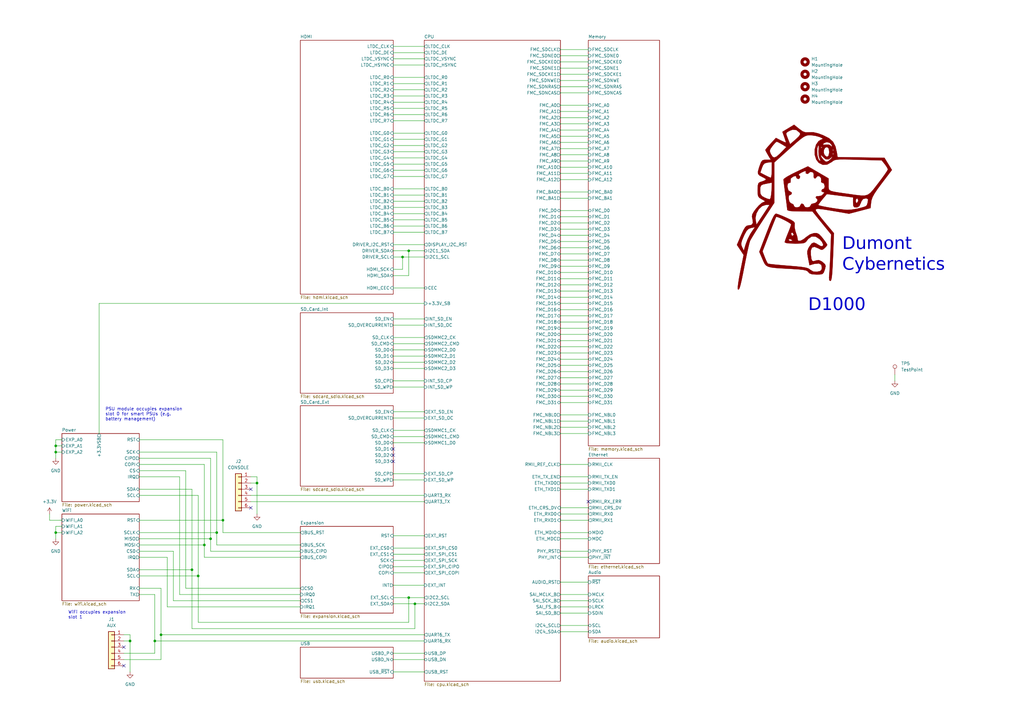
<source format=kicad_sch>
(kicad_sch (version 20230121) (generator eeschema)
  (paper "A3")
  (title_block (title "D1000 Computer") (date "2023-09-25") (rev "1.0") (company "Dumont Cybernetics"))
  (lib_symbols
    (symbol "Connector:TestPoint" (pin_numbers hide) (pin_names (offset 0.762) hide)
      (property "Reference" "TP" (at 0 6.858 0))
      (property "Value" "TestPoint" (at 0 5.08 0))
      (symbol "TestPoint_1_1"
        (pin passive line (at 0 0 90) (length 2.54) (name "1") (number "1"))
      )
    )
    (symbol "Connector_Generic:Conn_01x06" (pin_names (offset 1.016) hide)
      (property "Reference" "J" (at 0 7.62 0))
      (property "Value" "Conn_01x06" (at 0 -10.16 0))
      (symbol "Conn_01x06_1_1"
        (pin passive line (at -5.08 5.08 0) (length 3.81) (name "Pin_1") (number "1"))
        (pin passive line (at -5.08 2.54 0) (length 3.81) (name "Pin_2") (number "2"))
        (pin passive line (at -5.08 0 0) (length 3.81) (name "Pin_3") (number "3"))
        (pin passive line (at -5.08 -2.54 0) (length 3.81) (name "Pin_4") (number "4"))
        (pin passive line (at -5.08 -5.08 0) (length 3.81) (name "Pin_5") (number "5"))
        (pin passive line (at -5.08 -7.62 0) (length 3.81) (name "Pin_6") (number "6"))
      )
    )
    (symbol "Mechanical:MountingHole" (pin_names (offset 1.016))
      (property "Reference" "H" (at 0 5.08 0))
      (property "Value" "MountingHole" (at 0 3.175 0))
    )
    (symbol "dclogo:LOGO" (pin_names (offset 1.016)))
    (symbol "power:+3.3V" (power) (pin_names (offset 0))
      (property "Value" "+3.3V" (at 0 3.556 0))
      (symbol "+3.3V_1_1"
        (pin power_in line (at 0 0 90) (length 0) hide (name "+3.3V") (number "1"))
      )
    )
    (symbol "power:GND" (power) (pin_names (offset 0))
      (property "Value" "GND" (at 0 -3.81 0))
      (symbol "GND_1_1"
        (pin power_in line (at 0 0 270) (length 0) hide (name "GND") (number "1"))
      )
    )
  )
  (junction (at 66.04 260.35))
  (junction (at 86.36 220.98))
  (junction (at 170.18 247.65))
  (junction (at 22.86 218.44))
  (junction (at 167.64 102.87))
  (junction (at 88.9 218.44))
  (junction (at 83.82 223.52))
  (junction (at 167.64 245.11))
  (junction (at 22.86 185.42))
  (junction (at 53.34 262.89))
  (junction (at 105.41 198.12))
  (junction (at 165.1 105.41))
  (junction (at 22.86 182.88))
  (junction (at 91.44 213.36))
  (junction (at 78.74 233.68))
  (junction (at 63.5 262.89))
  (junction (at 81.28 236.22))
  (no_connect (at 102.87 208.28))
  (no_connect (at 102.87 200.66))
  (no_connect (at 50.8 273.05))
  (no_connect (at 241.3 205.74))
  (no_connect (at 50.8 265.43))
  (no_connect (at 161.29 184.15))
  (no_connect (at 161.29 189.23))
  (no_connect (at 161.29 186.69))
  (wire (pts (xy 161.29 69.85) (xy 173.99 69.85)))
  (wire (pts (xy 161.29 34.29) (xy 173.99 34.29)))
  (wire (pts (xy 229.87 81.28) (xy 241.3 81.28)))
  (wire (pts (xy 53.34 260.35) (xy 53.34 262.89)))
  (wire (pts (xy 229.87 175.26) (xy 241.3 175.26)))
  (wire (pts (xy 229.87 27.94) (xy 241.3 27.94)))
  (wire (pts (xy 161.29 46.99) (xy 173.99 46.99)))
  (wire (pts (xy 88.9 185.42) (xy 88.9 218.44)))
  (wire (pts (xy 229.87 200.66) (xy 241.3 200.66)))
  (wire (pts (xy 22.86 182.88) (xy 22.86 185.42)))
  (wire (pts (xy 229.87 213.36) (xy 241.3 213.36)))
  (wire (pts (xy 161.29 57.15) (xy 173.99 57.15)))
  (wire (pts (xy 229.87 55.88) (xy 241.3 55.88)))
  (wire (pts (xy 20.32 213.36) (xy 25.4 213.36)))
  (wire (pts (xy 57.15 190.5) (xy 83.82 190.5)))
  (wire (pts (xy 229.87 142.24) (xy 241.3 142.24)))
  (wire (pts (xy 161.29 275.59) (xy 173.99 275.59)))
  (wire (pts (xy 229.87 86.36) (xy 241.3 86.36)))
  (wire (pts (xy 102.87 198.12) (xy 105.41 198.12)))
  (wire (pts (xy 57.15 213.36) (xy 91.44 213.36)))
  (wire (pts (xy 229.87 48.26) (xy 241.3 48.26)))
  (wire (pts (xy 229.87 226.06) (xy 241.3 226.06)))
  (wire (pts (xy 161.29 100.33) (xy 173.99 100.33)))
  (wire (pts (xy 22.86 218.44) (xy 25.4 218.44)))
  (wire (pts (xy 78.74 200.66) (xy 78.74 233.68)))
  (wire (pts (xy 229.87 220.98) (xy 241.3 220.98)))
  (wire (pts (xy 229.87 124.46) (xy 241.3 124.46)))
  (wire (pts (xy 229.87 30.48) (xy 241.3 30.48)))
  (wire (pts (xy 161.29 232.41) (xy 173.99 232.41)))
  (wire (pts (xy 86.36 226.06) (xy 123.19 226.06)))
  (wire (pts (xy 229.87 106.68) (xy 241.3 106.68)))
  (wire (pts (xy 161.29 90.17) (xy 173.99 90.17)))
  (wire (pts (xy 161.29 133.35) (xy 173.99 133.35)))
  (wire (pts (xy 161.29 176.53) (xy 173.99 176.53)))
  (wire (pts (xy 20.32 210.82) (xy 20.32 213.36)))
  (wire (pts (xy 229.87 58.42) (xy 241.3 58.42)))
  (wire (pts (xy 123.19 246.38) (xy 71.12 246.38)))
  (wire (pts (xy 229.87 111.76) (xy 241.3 111.76)))
  (wire (pts (xy 161.29 138.43) (xy 173.99 138.43)))
  (wire (pts (xy 229.87 154.94) (xy 241.3 154.94)))
  (wire (pts (xy 161.29 146.05) (xy 173.99 146.05)))
  (wire (pts (xy 161.29 130.81) (xy 173.99 130.81)))
  (wire (pts (xy 367.03 153.67) (xy 367.03 156.21)))
  (wire (pts (xy 86.36 220.98) (xy 86.36 226.06)))
  (wire (pts (xy 161.29 151.13) (xy 173.99 151.13)))
  (wire (pts (xy 229.87 218.44) (xy 241.3 218.44)))
  (wire (pts (xy 229.87 96.52) (xy 241.3 96.52)))
  (wire (pts (xy 161.29 219.71) (xy 173.99 219.71)))
  (wire (pts (xy 229.87 228.6) (xy 241.3 228.6)))
  (wire (pts (xy 229.87 50.8) (xy 241.3 50.8)))
  (wire (pts (xy 161.29 92.71) (xy 173.99 92.71)))
  (wire (pts (xy 170.18 247.65) (xy 173.99 247.65)))
  (wire (pts (xy 40.64 177.8) (xy 40.64 124.46)))
  (wire (pts (xy 161.29 85.09) (xy 173.99 85.09)))
  (wire (pts (xy 229.87 238.76) (xy 241.3 238.76)))
  (wire (pts (xy 161.29 113.03) (xy 167.64 113.03)))
  (wire (pts (xy 66.04 270.51) (xy 66.04 260.35)))
  (wire (pts (xy 161.29 240.03) (xy 173.99 240.03)))
  (wire (pts (xy 229.87 177.8) (xy 241.3 177.8)))
  (wire (pts (xy 229.87 243.84) (xy 241.3 243.84)))
  (wire (pts (xy 229.87 60.96) (xy 241.3 60.96)))
  (wire (pts (xy 57.15 223.52) (xy 83.82 223.52)))
  (wire (pts (xy 229.87 134.62) (xy 241.3 134.62)))
  (wire (pts (xy 76.2 241.3) (xy 123.19 241.3)))
  (wire (pts (xy 161.29 245.11) (xy 167.64 245.11)))
  (wire (pts (xy 229.87 198.12) (xy 241.3 198.12)))
  (wire (pts (xy 229.87 109.22) (xy 241.3 109.22)))
  (wire (pts (xy 229.87 162.56) (xy 241.3 162.56)))
  (wire (pts (xy 57.15 180.34) (xy 91.44 180.34)))
  (wire (pts (xy 229.87 190.5) (xy 241.3 190.5)))
  (wire (pts (xy 229.87 160.02) (xy 241.3 160.02)))
  (wire (pts (xy 57.15 203.2) (xy 81.28 203.2)))
  (wire (pts (xy 167.64 255.27) (xy 167.64 245.11)))
  (wire (pts (xy 57.15 220.98) (xy 86.36 220.98)))
  (wire (pts (xy 76.2 193.04) (xy 76.2 241.3)))
  (wire (pts (xy 71.12 226.06) (xy 57.15 226.06)))
  (wire (pts (xy 161.29 148.59) (xy 173.99 148.59)))
  (wire (pts (xy 229.87 157.48) (xy 241.3 157.48)))
  (wire (pts (xy 50.8 262.89) (xy 53.34 262.89)))
  (wire (pts (xy 229.87 73.66) (xy 241.3 73.66)))
  (wire (pts (xy 161.29 270.51) (xy 173.99 270.51)))
  (wire (pts (xy 170.18 257.81) (xy 78.74 257.81)))
  (wire (pts (xy 161.29 26.67) (xy 173.99 26.67)))
  (wire (pts (xy 229.87 248.92) (xy 241.3 248.92)))
  (wire (pts (xy 57.15 195.58) (xy 73.66 195.58)))
  (wire (pts (xy 161.29 194.31) (xy 173.99 194.31)))
  (wire (pts (xy 229.87 114.3) (xy 241.3 114.3)))
  (wire (pts (xy 91.44 213.36) (xy 91.44 218.44)))
  (wire (pts (xy 229.87 71.12) (xy 241.3 71.12)))
  (wire (pts (xy 229.87 91.44) (xy 241.3 91.44)))
  (wire (pts (xy 161.29 181.61) (xy 173.99 181.61)))
  (wire (pts (xy 161.29 67.31) (xy 173.99 67.31)))
  (wire (pts (xy 161.29 41.91) (xy 173.99 41.91)))
  (wire (pts (xy 170.18 247.65) (xy 170.18 257.81)))
  (wire (pts (xy 161.29 72.39) (xy 173.99 72.39)))
  (wire (pts (xy 161.29 59.69) (xy 173.99 59.69)))
  (wire (pts (xy 173.99 260.35) (xy 66.04 260.35)))
  (wire (pts (xy 71.12 246.38) (xy 71.12 226.06)))
  (wire (pts (xy 22.86 185.42) (xy 22.86 187.96)))
  (wire (pts (xy 68.58 228.6) (xy 57.15 228.6)))
  (wire (pts (xy 161.29 156.21) (xy 173.99 156.21)))
  (wire (pts (xy 229.87 38.1) (xy 241.3 38.1)))
  (wire (pts (xy 81.28 236.22) (xy 81.28 255.27)))
  (wire (pts (xy 229.87 165.1) (xy 241.3 165.1)))
  (wire (pts (xy 161.29 54.61) (xy 173.99 54.61)))
  (wire (pts (xy 165.1 110.49) (xy 161.29 110.49)))
  (wire (pts (xy 105.41 195.58) (xy 105.41 198.12)))
  (wire (pts (xy 53.34 262.89) (xy 53.34 275.59)))
  (wire (pts (xy 161.29 87.63) (xy 173.99 87.63)))
  (wire (pts (xy 229.87 101.6) (xy 241.3 101.6)))
  (wire (pts (xy 229.87 53.34) (xy 241.3 53.34)))
  (wire (pts (xy 165.1 105.41) (xy 165.1 110.49)))
  (wire (pts (xy 229.87 66.04) (xy 241.3 66.04)))
  (wire (pts (xy 161.29 64.77) (xy 173.99 64.77)))
  (wire (pts (xy 161.29 62.23) (xy 173.99 62.23)))
  (wire (pts (xy 161.29 140.97) (xy 173.99 140.97)))
  (wire (pts (xy 78.74 257.81) (xy 78.74 233.68)))
  (wire (pts (xy 22.86 182.88) (xy 25.4 182.88)))
  (wire (pts (xy 229.87 137.16) (xy 241.3 137.16)))
  (wire (pts (xy 57.15 243.84) (xy 63.5 243.84)))
  (wire (pts (xy 66.04 241.3) (xy 57.15 241.3)))
  (wire (pts (xy 229.87 208.28) (xy 241.3 208.28)))
  (wire (pts (xy 63.5 262.89) (xy 173.99 262.89)))
  (wire (pts (xy 229.87 172.72) (xy 241.3 172.72)))
  (wire (pts (xy 161.29 247.65) (xy 170.18 247.65)))
  (wire (pts (xy 83.82 223.52) (xy 83.82 228.6)))
  (wire (pts (xy 229.87 93.98) (xy 241.3 93.98)))
  (wire (pts (xy 229.87 149.86) (xy 241.3 149.86)))
  (wire (pts (xy 229.87 170.18) (xy 241.3 170.18)))
  (wire (pts (xy 57.15 185.42) (xy 88.9 185.42)))
  (wire (pts (xy 167.64 102.87) (xy 173.99 102.87)))
  (wire (pts (xy 161.29 105.41) (xy 165.1 105.41)))
  (wire (pts (xy 102.87 205.74) (xy 173.99 205.74)))
  (wire (pts (xy 102.87 195.58) (xy 105.41 195.58)))
  (wire (pts (xy 229.87 43.18) (xy 241.3 43.18)))
  (wire (pts (xy 63.5 243.84) (xy 63.5 262.89)))
  (wire (pts (xy 161.29 179.07) (xy 173.99 179.07)))
  (wire (pts (xy 78.74 233.68) (xy 57.15 233.68)))
  (wire (pts (xy 57.15 200.66) (xy 78.74 200.66)))
  (wire (pts (xy 229.87 210.82) (xy 241.3 210.82)))
  (wire (pts (xy 50.8 270.51) (xy 66.04 270.51)))
  (wire (pts (xy 229.87 99.06) (xy 241.3 99.06)))
  (wire (pts (xy 161.29 234.95) (xy 173.99 234.95)))
  (wire (pts (xy 161.29 49.53) (xy 173.99 49.53)))
  (wire (pts (xy 57.15 193.04) (xy 76.2 193.04)))
  (wire (pts (xy 161.29 44.45) (xy 173.99 44.45)))
  (wire (pts (xy 229.87 121.92) (xy 241.3 121.92)))
  (wire (pts (xy 229.87 129.54) (xy 241.3 129.54)))
  (wire (pts (xy 81.28 203.2) (xy 81.28 236.22)))
  (wire (pts (xy 161.29 24.13) (xy 173.99 24.13)))
  (wire (pts (xy 73.66 195.58) (xy 73.66 243.84)))
  (wire (pts (xy 229.87 251.46) (xy 241.3 251.46)))
  (wire (pts (xy 229.87 104.14) (xy 241.3 104.14)))
  (wire (pts (xy 229.87 127) (xy 241.3 127)))
  (wire (pts (xy 161.29 229.87) (xy 173.99 229.87)))
  (wire (pts (xy 161.29 102.87) (xy 167.64 102.87)))
  (wire (pts (xy 161.29 267.97) (xy 173.99 267.97)))
  (wire (pts (xy 161.29 171.45) (xy 173.99 171.45)))
  (wire (pts (xy 57.15 236.22) (xy 81.28 236.22)))
  (wire (pts (xy 229.87 22.86) (xy 241.3 22.86)))
  (wire (pts (xy 123.19 248.92) (xy 68.58 248.92)))
  (wire (pts (xy 105.41 198.12) (xy 105.41 210.82)))
  (wire (pts (xy 161.29 39.37) (xy 173.99 39.37)))
  (wire (pts (xy 161.29 224.79) (xy 173.99 224.79)))
  (wire (pts (xy 22.86 180.34) (xy 22.86 182.88)))
  (wire (pts (xy 161.29 36.83) (xy 173.99 36.83)))
  (wire (pts (xy 167.64 113.03) (xy 167.64 102.87)))
  (wire (pts (xy 161.29 80.01) (xy 173.99 80.01)))
  (wire (pts (xy 50.8 260.35) (xy 53.34 260.35)))
  (wire (pts (xy 229.87 88.9) (xy 241.3 88.9)))
  (wire (pts (xy 229.87 246.38) (xy 241.3 246.38)))
  (wire (pts (xy 83.82 190.5) (xy 83.82 223.52)))
  (wire (pts (xy 229.87 132.08) (xy 241.3 132.08)))
  (wire (pts (xy 229.87 45.72) (xy 241.3 45.72)))
  (wire (pts (xy 63.5 267.97) (xy 63.5 262.89)))
  (wire (pts (xy 73.66 243.84) (xy 123.19 243.84)))
  (wire (pts (xy 229.87 68.58) (xy 241.3 68.58)))
  (wire (pts (xy 229.87 33.02) (xy 241.3 33.02)))
  (wire (pts (xy 229.87 152.4) (xy 241.3 152.4)))
  (wire (pts (xy 161.29 21.59) (xy 173.99 21.59)))
  (wire (pts (xy 167.64 245.11) (xy 173.99 245.11)))
  (wire (pts (xy 25.4 180.34) (xy 22.86 180.34)))
  (wire (pts (xy 50.8 267.97) (xy 63.5 267.97)))
  (wire (pts (xy 68.58 248.92) (xy 68.58 228.6)))
  (wire (pts (xy 161.29 95.25) (xy 173.99 95.25)))
  (wire (pts (xy 22.86 185.42) (xy 25.4 185.42)))
  (wire (pts (xy 229.87 139.7) (xy 241.3 139.7)))
  (wire (pts (xy 229.87 144.78) (xy 241.3 144.78)))
  (wire (pts (xy 25.4 215.9) (xy 22.86 215.9)))
  (wire (pts (xy 83.82 228.6) (xy 123.19 228.6)))
  (wire (pts (xy 229.87 259.08) (xy 241.3 259.08)))
  (wire (pts (xy 81.28 255.27) (xy 167.64 255.27)))
  (wire (pts (xy 161.29 77.47) (xy 173.99 77.47)))
  (wire (pts (xy 165.1 105.41) (xy 173.99 105.41)))
  (wire (pts (xy 22.86 215.9) (xy 22.86 218.44)))
  (wire (pts (xy 229.87 147.32) (xy 241.3 147.32)))
  (wire (pts (xy 229.87 119.38) (xy 241.3 119.38)))
  (wire (pts (xy 86.36 187.96) (xy 86.36 220.98)))
  (wire (pts (xy 161.29 227.33) (xy 173.99 227.33)))
  (wire (pts (xy 57.15 218.44) (xy 88.9 218.44)))
  (wire (pts (xy 40.64 124.46) (xy 173.99 124.46)))
  (wire (pts (xy 161.29 19.05) (xy 173.99 19.05)))
  (wire (pts (xy 66.04 241.3) (xy 66.04 260.35)))
  (wire (pts (xy 161.29 143.51) (xy 173.99 143.51)))
  (wire (pts (xy 161.29 196.85) (xy 173.99 196.85)))
  (wire (pts (xy 229.87 25.4) (xy 241.3 25.4)))
  (wire (pts (xy 229.87 195.58) (xy 241.3 195.58)))
  (wire (pts (xy 161.29 168.91) (xy 173.99 168.91)))
  (wire (pts (xy 91.44 218.44) (xy 123.19 218.44)))
  (wire (pts (xy 88.9 223.52) (xy 123.19 223.52)))
  (wire (pts (xy 229.87 78.74) (xy 241.3 78.74)))
  (wire (pts (xy 229.87 256.54) (xy 241.3 256.54)))
  (wire (pts (xy 161.29 82.55) (xy 173.99 82.55)))
  (wire (pts (xy 229.87 35.56) (xy 241.3 35.56)))
  (wire (pts (xy 161.29 31.75) (xy 173.99 31.75)))
  (wire (pts (xy 57.15 187.96) (xy 86.36 187.96)))
  (wire (pts (xy 229.87 63.5) (xy 241.3 63.5)))
  (wire (pts (xy 22.86 218.44) (xy 22.86 220.98)))
  (wire (pts (xy 161.29 118.11) (xy 173.99 118.11)))
  (wire (pts (xy 229.87 20.32) (xy 241.3 20.32)))
  (wire (pts (xy 91.44 180.34) (xy 91.44 213.36)))
  (wire (pts (xy 229.87 116.84) (xy 241.3 116.84)))
  (wire (pts (xy 88.9 218.44) (xy 88.9 223.52)))
  (wire (pts (xy 161.29 158.75) (xy 173.99 158.75)))
  (wire (pts (xy 102.87 203.2) (xy 173.99 203.2)))
  (text "D1000" (at 331.47 129.54 0) (effects (font (size 5.08 5.08)) (justify left bottom)))
  (text "WiFi occupies expansion\nslot 1" (at 27.94 254 0) (effects (font (size 1.27 1.27)) (justify left bottom)))
  (text "Dumont\nCybernetics" (at 345.44 113.03 0) (effects (font (size 5.08 5.08)) (justify left bottom)))
  (text "PSU module occupies expansion\nslot 0 for smart PSUs (e.g.\nbattery management)" (at 43.18 172.72 0) (effects (font (size 1.27 1.27)) (justify left bottom)))
  (symbol (lib_id "Mechanical:MountingHole") (at 330.2 35.56 0) (unit 1)
    (property "Reference" "H3" (at 332.74 34.29 0) (effects (justify left)))
    (property "Value" "MountingHole" (at 332.74 36.83 0) (effects (justify left)))
    (property "Footprint" "MountingHole:MountingHole_3.2mm_M3" (effects hide))
  )
  (symbol (lib_id "power:GND") (at 22.86 187.96 0) (unit 1)
    (property "Reference" "#PWR02" (effects hide))
    (property "Value" "GND" (at 22.86 193.04 0))
  )
  (symbol (lib_id "power:GND") (at 367.03 156.21 0) (unit 1)
    (property "Reference" "#PWR037" (effects hide))
    (property "Value" "GND" (at 367.03 161.29 0))
  )
  (symbol (lib_id "Connector_Generic:Conn_01x06") (at 45.72 265.43 0) (mirror y) (unit 1)
    (property "Reference" "J1" (at 45.72 254 0))
    (property "Value" "AUX" (at 45.72 256.54 0))
    (property "Footprint" "Connector_PinHeader_2.54mm:PinHeader_1x06_P2.54mm_Vertical" (effects hide))
  )
  (symbol (lib_id "Mechanical:MountingHole") (at 330.2 30.48 0) (unit 1)
    (property "Reference" "H2" (at 332.74 29.21 0) (effects (justify left)))
    (property "Value" "MountingHole" (at 332.74 31.75 0) (effects (justify left)))
    (property "Footprint" "MountingHole:MountingHole_3.2mm_M3" (effects hide))
  )
  (symbol (lib_id "power:GND") (at 105.41 210.82 0) (unit 1)
    (property "Reference" "#PWR05" (effects hide))
    (property "Value" "GND" (at 105.41 215.9 0))
  )
  (symbol (lib_id "dclogo:LOGO") (at 334.01 85.09 0) (unit 1)
    (property "Reference" "G1" (effects hide))
    (property "Value" "LOGO" (effects hide))
    (property "Footprint" "extras:dclogo" (effects hide))
  )
  (symbol (lib_id "power:+3.3V") (at 20.32 210.82 0) (unit 1)
    (property "Reference" "#PWR01" (effects hide))
    (property "Value" "+3.3V" (at 20.32 205.74 0))
  )
  (symbol (lib_id "Connector:TestPoint") (at 367.03 153.67 0) (unit 1)
    (property "Reference" "TP5" (at 369.57 149.098 0) (effects (justify left)))
    (property "Value" "TestPoint" (at 369.57 151.638 0) (effects (justify left)))
    (property "Footprint" "TestPoint:TestPoint_Keystone_5019_Minature" (effects hide))
  )
  (symbol (lib_id "power:GND") (at 22.86 220.98 0) (unit 1)
    (property "Reference" "#PWR03" (effects hide))
    (property "Value" "GND" (at 22.86 226.06 0))
  )
  (symbol (lib_id "power:GND") (at 53.34 275.59 0) (unit 1)
    (property "Reference" "#PWR04" (effects hide))
    (property "Value" "GND" (at 53.34 280.67 0))
  )
  (symbol (lib_id "Mechanical:MountingHole") (at 330.2 25.4 0) (unit 1)
    (property "Reference" "H1" (at 332.74 24.13 0) (effects (justify left)))
    (property "Value" "MountingHole" (at 332.74 26.67 0) (effects (justify left)))
    (property "Footprint" "MountingHole:MountingHole_3.2mm_M3" (effects hide))
  )
  (symbol (lib_id "Mechanical:MountingHole") (at 330.2 40.64 0) (unit 1)
    (property "Reference" "H4" (at 332.74 39.37 0) (effects (justify left)))
    (property "Value" "MountingHole" (at 332.74 41.91 0) (effects (justify left)))
    (property "Footprint" "MountingHole:MountingHole_3.2mm_M3" (effects hide))
  )
  (symbol (lib_id "Connector_Generic:Conn_01x06") (at 97.79 200.66 0) (mirror y) (unit 1)
    (property "Reference" "J2" (at 97.79 189.23 0))
    (property "Value" "CONSOLE" (at 97.79 191.77 0))
    (property "Footprint" "Connector_PinHeader_2.54mm:PinHeader_1x06_P2.54mm_Vertical" (effects hide))
  )
  (sheet (at 241.3 187.96) (size 29.21 43.18) (stroke (width 0.1524))
    (property "Sheetname" "Ethernet" (at 241.3 187.2484 0) (effects (justify left bottom)))
    (property "Sheetfile" "ethernet.kicad_sch" (at 241.3 231.7246 0) (effects (justify left top)))
    (pin "RMII_CLK" input (at 241.3 190.5 180))
    (pin "PHY_~{INT}" output (at 241.3 228.6 180))
    (pin "PHY_RST" input (at 241.3 226.06 180))
    (pin "RMII_RX_ERR" output (at 241.3 205.74 180))
    (pin "RMII_CRS_DV" output (at 241.3 208.28 180))
    (pin "MDC" input (at 241.3 220.98 180))
    (pin "MDIO" bidirectional (at 241.3 218.44 180))
    (pin "RMII_TX_EN" input (at 241.3 195.58 180))
    (pin "RMII_RX0" output (at 241.3 210.82 180))
    (pin "RMII_TXD0" input (at 241.3 198.12 180))
    (pin "RMII_TXD1" input (at 241.3 200.66 180))
    (pin "RMII_RX1" output (at 241.3 213.36 180))
  )
  (sheet (at 123.19 215.9) (size 38.1 35.56) (stroke (width 0.1524))
    (property "Sheetname" "Expansion" (at 123.19 215.1884 0) (effects (justify left bottom)))
    (property "Sheetfile" "expansion.kicad_sch" (at 123.19 252.0446 0) (effects (justify left top)))
    (pin "COPI" input (at 161.29 234.95 0))
    (pin "CIPO" output (at 161.29 232.41 0))
    (pin "RST" input (at 161.29 219.71 0))
    (pin "INT" output (at 161.29 240.03 0))
    (pin "SCK" input (at 161.29 229.87 0))
    (pin "EXT_SDA" bidirectional (at 161.29 247.65 0))
    (pin "EXT_SCL" input (at 161.29 245.11 0))
    (pin "BUS_CIPO" input (at 123.19 226.06 180))
    (pin "BUS_COPI" output (at 123.19 228.6 180))
    (pin "BUS_SCK" output (at 123.19 223.52 180))
    (pin "BUS_RST" output (at 123.19 218.44 180))
    (pin "IRQ1" input (at 123.19 248.92 180))
    (pin "IRQ0" input (at 123.19 243.84 180))
    (pin "CS0" output (at 123.19 241.3 180))
    (pin "CS1" output (at 123.19 246.38 180))
    (pin "EXT_CS1" input (at 161.29 227.33 0))
    (pin "EXT_CS0" input (at 161.29 224.79 0))
  )
  (sheet (at 25.4 210.82) (size 31.75 35.56) (stroke (width 0.1524))
    (property "Sheetname" "WiFi" (at 25.4 210.1084 0) (effects (justify left bottom)))
    (property "Sheetfile" "wifi.kicad_sch" (at 25.4 246.9646 0) (effects (justify left top)))
    (pin "SCLK" input (at 57.15 218.44 0))
    (pin "MISO" output (at 57.15 220.98 0))
    (pin "MOSI" input (at 57.15 223.52 0))
    (pin "RX" input (at 57.15 241.3 0))
    (pin "TX" output (at 57.15 243.84 0))
    (pin "CS0" input (at 57.15 226.06 0))
    (pin "RST" input (at 57.15 213.36 0))
    (pin "IRQ" output (at 57.15 228.6 0))
    (pin "SDA" bidirectional (at 57.15 233.68 0))
    (pin "SCL" input (at 57.15 236.22 0))
    (pin "WIFI_A0" input (at 25.4 213.36 180))
    (pin "WIFI_A1" input (at 25.4 215.9 180))
    (pin "WIFI_A2" input (at 25.4 218.44 180))
  )
  (sheet (at 123.19 128.27) (size 38.1 33.02) (stroke (width 0.1524))
    (property "Sheetname" "SD_Card_Int" (at 123.19 127.5584 0) (effects (justify left bottom)))
    (property "Sheetfile" "sdcard_sdio.kicad_sch" (at 123.19 161.8746 0) (effects (justify left top)))
    (pin "SD_OVERCURRENT" output (at 161.29 133.35 0))
    (pin "SD_EN" input (at 161.29 130.81 0))
    (pin "SD_CP" output (at 161.29 156.21 0))
    (pin "SD_WP" output (at 161.29 158.75 0))
    (pin "SD_D2" bidirectional (at 161.29 148.59 0))
    (pin "SD_D0" bidirectional (at 161.29 143.51 0))
    (pin "SD_CMD" input (at 161.29 140.97 0))
    (pin "SD_D1" bidirectional (at 161.29 146.05 0))
    (pin "SD_CLK" input (at 161.29 138.43 0))
    (pin "SD_D3" bidirectional (at 161.29 151.13 0))
  )
  (sheet (at 241.3 16.51) (size 29.21 166.37) (stroke (width 0.1524))
    (property "Sheetname" "Memory" (at 241.3 15.7984 0) (effects (justify left bottom)))
    (property "Sheetfile" "memory.kicad_sch" (at 241.3 183.4646 0) (effects (justify left top)))
    (pin "FMC_A0" input (at 241.3 43.18 180))
    (pin "FMC_A1" input (at 241.3 45.72 180))
    (pin "FMC_A3" input (at 241.3 50.8 180))
    (pin "FMC_A4" input (at 241.3 53.34 180))
    (pin "FMC_A2" input (at 241.3 48.26 180))
    (pin "FMC_A5" input (at 241.3 55.88 180))
    (pin "FMC_A6" input (at 241.3 58.42 180))
    (pin "FMC_A7" input (at 241.3 60.96 180))
    (pin "FMC_BA0" input (at 241.3 78.74 180))
    (pin "FMC_BA1" input (at 241.3 81.28 180))
    (pin "FMC_A10" input (at 241.3 68.58 180))
    (pin "FMC_A9" input (at 241.3 66.04 180))
    (pin "FMC_A11" input (at 241.3 71.12 180))
    (pin "FMC_A12" input (at 241.3 73.66 180))
    (pin "FMC_A8" input (at 241.3 63.5 180))
    (pin "FMC_SDNE0" input (at 241.3 22.86 180))
    (pin "FMC_SDCKE0" input (at 241.3 25.4 180))
    (pin "FMC_SDNCAS" input (at 241.3 38.1 180))
    (pin "FMC_NBL0" input (at 241.3 170.18 180))
    (pin "FMC_NBL1" input (at 241.3 172.72 180))
    (pin "FMC_SDNWE" input (at 241.3 33.02 180))
    (pin "FMC_SDNRAS" input (at 241.3 35.56 180))
    (pin "FMC_SDCLK" input (at 241.3 20.32 180))
    (pin "FMC_SDNE1" input (at 241.3 27.94 180))
    (pin "FMC_SDCKE1" input (at 241.3 30.48 180))
    (pin "FMC_D0" tri_state (at 241.3 86.36 180))
    (pin "FMC_D1" tri_state (at 241.3 88.9 180))
    (pin "FMC_D2" tri_state (at 241.3 91.44 180))
    (pin "FMC_D3" tri_state (at 241.3 93.98 180))
    (pin "FMC_D4" tri_state (at 241.3 96.52 180))
    (pin "FMC_D5" tri_state (at 241.3 99.06 180))
    (pin "FMC_D6" tri_state (at 241.3 101.6 180))
    (pin "FMC_D7" tri_state (at 241.3 104.14 180))
    (pin "FMC_D8" tri_state (at 241.3 106.68 180))
    (pin "FMC_D9" tri_state (at 241.3 109.22 180))
    (pin "FMC_D10" tri_state (at 241.3 111.76 180))
    (pin "FMC_D11" tri_state (at 241.3 114.3 180))
    (pin "FMC_D12" tri_state (at 241.3 116.84 180))
    (pin "FMC_D13" tri_state (at 241.3 119.38 180))
    (pin "FMC_D14" tri_state (at 241.3 121.92 180))
    (pin "FMC_D15" tri_state (at 241.3 124.46 180))
    (pin "FMC_NBL2" input (at 241.3 175.26 180))
    (pin "FMC_NBL3" input (at 241.3 177.8 180))
    (pin "FMC_D16" tri_state (at 241.3 127 180))
    (pin "FMC_D17" tri_state (at 241.3 129.54 180))
    (pin "FMC_D18" tri_state (at 241.3 132.08 180))
    (pin "FMC_D19" tri_state (at 241.3 134.62 180))
    (pin "FMC_D20" tri_state (at 241.3 137.16 180))
    (pin "FMC_D21" tri_state (at 241.3 139.7 180))
    (pin "FMC_D22" tri_state (at 241.3 142.24 180))
    (pin "FMC_D23" tri_state (at 241.3 144.78 180))
    (pin "FMC_D24" tri_state (at 241.3 147.32 180))
    (pin "FMC_D25" tri_state (at 241.3 149.86 180))
    (pin "FMC_D26" tri_state (at 241.3 152.4 180))
    (pin "FMC_D27" tri_state (at 241.3 154.94 180))
    (pin "FMC_D28" tri_state (at 241.3 157.48 180))
    (pin "FMC_D29" tri_state (at 241.3 160.02 180))
    (pin "FMC_D30" tri_state (at 241.3 162.56 180))
    (pin "FMC_D31" tri_state (at 241.3 165.1 180))
  )
  (sheet (at 123.19 16.51) (size 38.1 104.14) (stroke (width 0.1524))
    (property "Sheetname" "HDMI" (at 123.19 15.7984 0) (effects (justify left bottom)))
    (property "Sheetfile" "hdmi.kicad_sch" (at 123.19 121.2346 0) (effects (justify left top)))
    (pin "LTDC_CLK" input (at 161.29 19.05 0))
    (pin "LTDC_B7" input (at 161.29 95.25 0))
    (pin "LTDC_G0" input (at 161.29 54.61 0))
    (pin "LTDC_B5" input (at 161.29 90.17 0))
    (pin "LTDC_B6" input (at 161.29 92.71 0))
    (pin "LTDC_B4" input (at 161.29 87.63 0))
    (pin "LTDC_B3" input (at 161.29 85.09 0))
    (pin "LTDC_B2" input (at 161.29 82.55 0))
    (pin "LTDC_B0" input (at 161.29 77.47 0))
    (pin "LTDC_B1" input (at 161.29 80.01 0))
    (pin "LTDC_G1" input (at 161.29 57.15 0))
    (pin "HDMI_SDA" bidirectional (at 161.29 113.03 0))
    (pin "HDMI_CEC" input (at 161.29 118.11 0))
    (pin "HDMI_SCK" input (at 161.29 110.49 0))
    (pin "LTDC_G3" input (at 161.29 62.23 0))
    (pin "LTDC_G7" input (at 161.29 72.39 0))
    (pin "LTDC_G6" input (at 161.29 69.85 0))
    (pin "LTDC_G5" input (at 161.29 67.31 0))
    (pin "LTDC_G2" input (at 161.29 59.69 0))
    (pin "LTDC_G4" input (at 161.29 64.77 0))
    (pin "LTDC_R1" input (at 161.29 34.29 0))
    (pin "LTDC_R2" input (at 161.29 36.83 0))
    (pin "LTDC_R3" input (at 161.29 39.37 0))
    (pin "LTDC_R0" input (at 161.29 31.75 0))
    (pin "LTDC_R6" input (at 161.29 46.99 0))
    (pin "LTDC_R5" input (at 161.29 44.45 0))
    (pin "LTDC_R4" input (at 161.29 41.91 0))
    (pin "LTDC_R7" input (at 161.29 49.53 0))
    (pin "LTDC_DE" input (at 161.29 21.59 0))
    (pin "DRIVER_I2C_RST" input (at 161.29 100.33 0))
    (pin "LTDC_HSYNC" input (at 161.29 26.67 0))
    (pin "LTDC_VSYNC" input (at 161.29 24.13 0))
    (pin "DRIVER_SDA" bidirectional (at 161.29 102.87 0))
    (pin "DRIVER_SCL" input (at 161.29 105.41 0))
  )
  (sheet (at 173.99 16.51) (size 55.88 262.89) (stroke (width 0.1524))
    (property "Sheetname" "CPU" (at 173.99 15.7984 0) (effects (justify left bottom)))
    (property "Sheetfile" "cpu.kicad_sch" (at 173.99 279.9846 0) (effects (justify left top)))
    (pin "LTDC_DE" output (at 173.99 21.59 180))
    (pin "LTDC_B1" output (at 173.99 80.01 180))
    (pin "LTDC_B2" output (at 173.99 82.55 180))
    (pin "LTDC_CLK" output (at 173.99 19.05 180))
    (pin "LTDC_B0" output (at 173.99 77.47 180))
    (pin "LTDC_G0" output (at 173.99 54.61 180))
    (pin "LTDC_G1" output (at 173.99 57.15 180))
    (pin "LTDC_G7" output (at 173.99 72.39 180))
    (pin "LTDC_G5" output (at 173.99 67.31 180))
    (pin "LTDC_R0" output (at 173.99 31.75 180))
    (pin "LTDC_R1" output (at 173.99 34.29 180))
    (pin "I2C2_SCL" output (at 173.99 245.11 180))
    (pin "I2C2_SDA" bidirectional (at 173.99 247.65 180))
    (pin "LTDC_G6" output (at 173.99 69.85 180))
    (pin "LTDC_R7" output (at 173.99 49.53 180))
    (pin "LTDC_G3" output (at 173.99 62.23 180))
    (pin "LTDC_G4" output (at 173.99 64.77 180))
    (pin "LTDC_B5" output (at 173.99 90.17 180))
    (pin "LTDC_R4" output (at 173.99 41.91 180))
    (pin "LTDC_G2" output (at 173.99 59.69 180))
    (pin "LTDC_B3" output (at 173.99 85.09 180))
    (pin "LTDC_R5" output (at 173.99 44.45 180))
    (pin "LTDC_B4" output (at 173.99 87.63 180))
    (pin "LTDC_VSYNC" output (at 173.99 24.13 180))
    (pin "CEC" bidirectional (at 173.99 118.11 180))
    (pin "LTDC_R3" output (at 173.99 39.37 180))
    (pin "LTDC_R6" output (at 173.99 46.99 180))
    (pin "LTDC_B6" output (at 173.99 92.71 180))
    (pin "LTDC_B7" output (at 173.99 95.25 180))
    (pin "I2C1_SCL" output (at 173.99 105.41 180))
    (pin "I2C1_SDA" bidirectional (at 173.99 102.87 180))
    (pin "LTDC_HSYNC" output (at 173.99 26.67 180))
    (pin "LTDC_R2" output (at 173.99 36.83 180))
    (pin "DISPLAY_I2C_RST" output (at 173.99 100.33 180))
    (pin "FMC_D29" tri_state (at 229.87 160.02 0))
    (pin "FMC_D30" tri_state (at 229.87 162.56 0))
    (pin "FMC_D31" tri_state (at 229.87 165.1 0))
    (pin "FMC_SDNE1" output (at 229.87 27.94 0))
    (pin "FMC_SDCKE1" output (at 229.87 30.48 0))
    (pin "FMC_D16" tri_state (at 229.87 127 0))
    (pin "FMC_D17" tri_state (at 229.87 129.54 0))
    (pin "FMC_D18" tri_state (at 229.87 132.08 0))
    (pin "FMC_D24" tri_state (at 229.87 147.32 0))
    (pin "FMC_D25" tri_state (at 229.87 149.86 0))
    (pin "FMC_D26" tri_state (at 229.87 152.4 0))
    (pin "FMC_D27" tri_state (at 229.87 154.94 0))
    (pin "FMC_D28" tri_state (at 229.87 157.48 0))
    (pin "FMC_NBL2" output (at 229.87 175.26 0))
    (pin "FMC_NBL3" output (at 229.87 177.8 0))
    (pin "FMC_SDNRAS" output (at 229.87 35.56 0))
    (pin "FMC_A6" output (at 229.87 58.42 0))
    (pin "FMC_A7" output (at 229.87 60.96 0))
    (pin "FMC_A8" output (at 229.87 63.5 0))
    (pin "FMC_A9" output (at 229.87 66.04 0))
    (pin "FMC_A2" output (at 229.87 48.26 0))
    (pin "FMC_A4" output (at 229.87 53.34 0))
    (pin "FMC_A5" output (at 229.87 55.88 0))
    (pin "FMC_A3" output (at 229.87 50.8 0))
    (pin "FMC_D19" tri_state (at 229.87 134.62 0))
    (pin "FMC_D20" tri_state (at 229.87 137.16 0))
    (pin "FMC_D21" tri_state (at 229.87 139.7 0))
    (pin "FMC_D22" tri_state (at 229.87 142.24 0))
    (pin "FMC_D23" tri_state (at 229.87 144.78 0))
    (pin "FMC_A10" output (at 229.87 68.58 0))
    (pin "FMC_A11" output (at 229.87 71.12 0))
    (pin "FMC_SDCLK" output (at 229.87 20.32 0))
    (pin "FMC_A12" output (at 229.87 73.66 0))
    (pin "FMC_BA0" output (at 229.87 78.74 0))
    (pin "FMC_BA1" output (at 229.87 81.28 0))
    (pin "FMC_SDNCAS" output (at 229.87 38.1 0))
    (pin "FMC_A0" output (at 229.87 43.18 0))
    (pin "FMC_A1" output (at 229.87 45.72 0))
    (pin "FMC_D5" tri_state (at 229.87 99.06 0))
    (pin "FMC_D6" tri_state (at 229.87 101.6 0))
    (pin "FMC_D7" tri_state (at 229.87 104.14 0))
    (pin "FMC_D8" tri_state (at 229.87 106.68 0))
    (pin "FMC_D9" tri_state (at 229.87 109.22 0))
    (pin "FMC_D10" tri_state (at 229.87 111.76 0))
    (pin "FMC_D11" tri_state (at 229.87 114.3 0))
    (pin "FMC_D12" tri_state (at 229.87 116.84 0))
    (pin "FMC_D0" tri_state (at 229.87 86.36 0))
    (pin "FMC_D1" tri_state (at 229.87 88.9 0))
    (pin "FMC_NBL0" output (at 229.87 170.18 0))
    (pin "FMC_NBL1" output (at 229.87 172.72 0))
    (pin "FMC_D4" tri_state (at 229.87 96.52 0))
    (pin "FMC_D14" tri_state (at 229.87 121.92 0))
    (pin "FMC_D13" tri_state (at 229.87 119.38 0))
    (pin "FMC_D15" tri_state (at 229.87 124.46 0))
    (pin "FMC_D2" tri_state (at 229.87 91.44 0))
    (pin "FMC_D3" tri_state (at 229.87 93.98 0))
    (pin "FMC_SDNWE" output (at 229.87 33.02 0))
    (pin "FMC_SDNE0" output (at 229.87 22.86 0))
    (pin "FMC_SDCKE0" output (at 229.87 25.4 0))
    (pin "PHY_RST" output (at 229.87 226.06 0))
    (pin "ETH_CRS_DV" input (at 229.87 208.28 0))
    (pin "PHY_INT" input (at 229.87 228.6 0))
    (pin "ETH_RXD0" input (at 229.87 210.82 0))
    (pin "ETH_RXD1" input (at 229.87 213.36 0))
    (pin "ETH_MDC" output (at 229.87 220.98 0))
    (pin "ETH_TX_EN" output (at 229.87 195.58 0))
    (pin "ETH_TXD0" output (at 229.87 198.12 0))
    (pin "ETH_TXD1" output (at 229.87 200.66 0))
    (pin "RMII_REF_CLK" output (at 229.87 190.5 0))
    (pin "ETH_MDIO" bidirectional (at 229.87 218.44 0))
    (pin "SAI_SD_B" output (at 229.87 251.46 0))
    (pin "I2C4_SCL" output (at 229.87 256.54 0))
    (pin "I2C4_SDA" bidirectional (at 229.87 259.08 0))
    (pin "SAI_MCLK_B" output (at 229.87 243.84 0))
    (pin "SAI_SCK_B" output (at 229.87 246.38 0))
    (pin "SAI_FS_B" bidirectional (at 229.87 248.92 0))
    (pin "AUDIO_RST" output (at 229.87 238.76 0))
    (pin "SDMMC2_D3" bidirectional (at 173.99 151.13 180))
    (pin "SDMMC2_D0" bidirectional (at 173.99 143.51 180))
    (pin "SDMMC2_D1" bidirectional (at 173.99 146.05 180))
    (pin "SDMMC2_CMD" output (at 173.99 140.97 180))
    (pin "SDMMC2_CK" output (at 173.99 138.43 180))
    (pin "SDMMC2_D2" bidirectional (at 173.99 148.59 180))
    (pin "SDMMC1_D0" bidirectional (at 173.99 181.61 180))
    (pin "SDMMC1_CMD" output (at 173.99 179.07 180))
    (pin "SDMMC1_CK" output (at 173.99 176.53 180))
    (pin "EXT_SD_CP" input (at 173.99 194.31 180))
    (pin "EXT_SD_EN" output (at 173.99 168.91 180))
    (pin "EXT_SD_WP" input (at 173.99 196.85 180))
    (pin "EXT_SD_OC" input (at 173.99 171.45 180))
    (pin "INT_SD_CP" input (at 173.99 156.21 180))
    (pin "INT_SD_EN" output (at 173.99 130.81 180))
    (pin "INT_SD_OC" input (at 173.99 133.35 180))
    (pin "INT_SD_WP" input (at 173.99 158.75 180))
    (pin "UART3_RX" input (at 173.99 203.2 180))
    (pin "UART3_TX" output (at 173.99 205.74 180))
    (pin "UART6_RX" input (at 173.99 262.89 180))
    (pin "USB_DP" bidirectional (at 173.99 267.97 180))
    (pin "USB_DN" bidirectional (at 173.99 270.51 180))
    (pin "UART6_TX" output (at 173.99 260.35 180))
    (pin "USB_RST" output (at 173.99 275.59 180))
    (pin "EXT_SPI_CS1" output (at 173.99 227.33 180))
    (pin "EXT_INT" input (at 173.99 240.03 180))
    (pin "EXT_SPI_CIPO" input (at 173.99 232.41 180))
    (pin "EXT_SPI_CS0" output (at 173.99 224.79 180))
    (pin "EXT_SPI_SCK" output (at 173.99 229.87 180))
    (pin "EXT_SPI_COPI" output (at 173.99 234.95 180))
    (pin "EXT_RST" output (at 173.99 219.71 180))
    (pin "+3.3V_SB" input (at 173.99 124.46 180))
  )
  (sheet (at 123.19 166.37) (size 38.1 33.02) (stroke (width 0.1524))
    (property "Sheetname" "SD_Card_Ext" (at 123.19 165.6584 0) (effects (justify left bottom)))
    (property "Sheetfile" "sdcard_sdio.kicad_sch" (at 123.19 199.9746 0) (effects (justify left top)))
    (pin "SD_OVERCURRENT" output (at 161.29 171.45 0))
    (pin "SD_EN" input (at 161.29 168.91 0))
    (pin "SD_CP" output (at 161.29 194.31 0))
    (pin "SD_WP" output (at 161.29 196.85 0))
    (pin "SD_D2" bidirectional (at 161.29 186.69 0))
    (pin "SD_D0" bidirectional (at 161.29 181.61 0))
    (pin "SD_CMD" input (at 161.29 179.07 0))
    (pin "SD_D1" bidirectional (at 161.29 184.15 0))
    (pin "SD_CLK" input (at 161.29 176.53 0))
    (pin "SD_D3" bidirectional (at 161.29 189.23 0))
  )
  (sheet (at 25.4 177.8) (size 31.75 27.94) (stroke (width 0.1524))
    (property "Sheetname" "Power" (at 25.4 177.0884 0) (effects (justify left bottom)))
    (property "Sheetfile" "power.kicad_sch" (at 25.4 206.3246 0) (effects (justify left top)))
    (pin "SDA" bidirectional (at 57.15 200.66 0))
    (pin "SCL" input (at 57.15 203.2 0))
    (pin "COPI" input (at 57.15 190.5 0))
    (pin "CIPO" output (at 57.15 187.96 0))
    (pin "RST" input (at 57.15 180.34 0))
    (pin "CS" input (at 57.15 193.04 0))
    (pin "SCK" input (at 57.15 185.42 0))
    (pin "IRQ" output (at 57.15 195.58 0))
    (pin "EXP_A0" input (at 25.4 180.34 180))
    (pin "EXP_A1" input (at 25.4 182.88 180))
    (pin "EXP_A2" input (at 25.4 185.42 180))
    (pin "+3.3VSB" output (at 40.64 177.8 90))
  )
  (sheet (at 241.3 236.22) (size 29.21 25.4) (stroke (width 0.1524))
    (property "Sheetname" "Audio" (at 241.3 235.5084 0) (effects (justify left bottom)))
    (property "Sheetfile" "audio.kicad_sch" (at 241.3 262.2046 0) (effects (justify left top)))
    (pin "SDIN" input (at 241.3 251.46 180))
    (pin "LRCK" bidirectional (at 241.3 248.92 180))
    (pin "SCLK" bidirectional (at 241.3 246.38 180))
    (pin "MCLK" input (at 241.3 243.84 180))
    (pin "~{RST}" input (at 241.3 238.76 180))
    (pin "SCL" tri_state (at 241.3 256.54 180))
    (pin "SDA" tri_state (at 241.3 259.08 180))
  )
  (sheet (at 123.19 265.43) (size 38.1 12.7) (stroke (width 0.1524))
    (property "Sheetname" "USB" (at 123.19 264.7184 0) (effects (justify left bottom)))
    (property "Sheetfile" "usb.kicad_sch" (at 123.19 278.7146 0) (effects (justify left top)))
    (pin "USBD_P" bidirectional (at 161.29 267.97 0))
    (pin "USBD_N" bidirectional (at 161.29 270.51 0))
    (pin "USB_~{RST}" input (at 161.29 275.59 0))
  )
)
</source>
